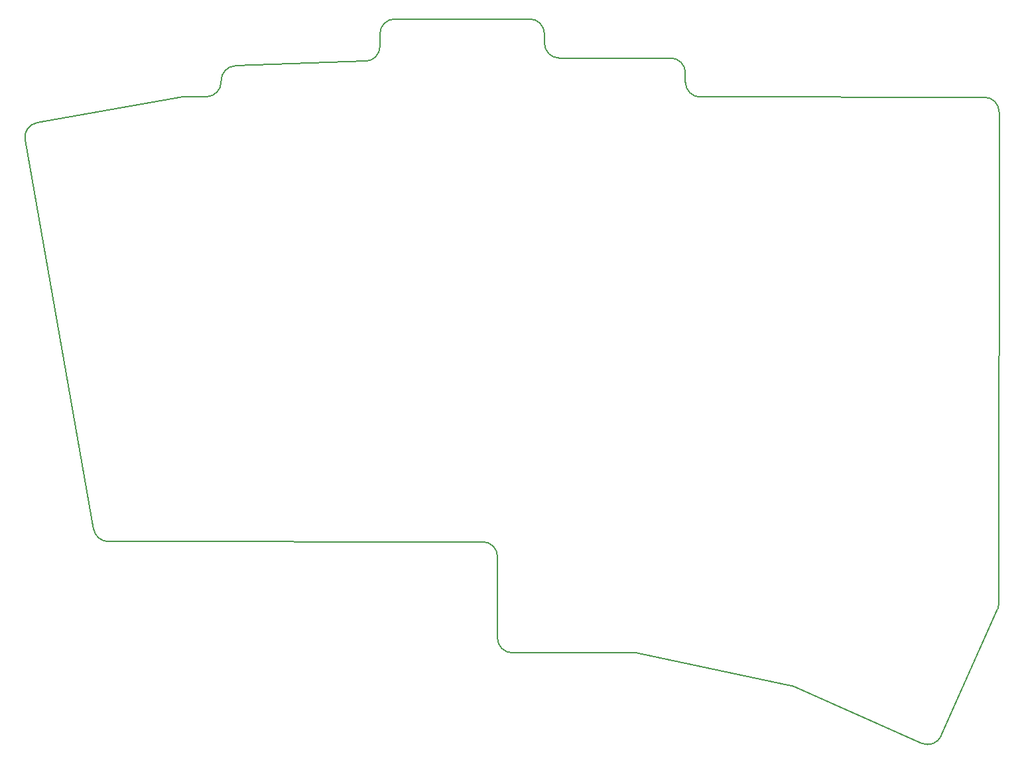
<source format=gbr>
%TF.GenerationSoftware,KiCad,Pcbnew,8.0.1*%
%TF.CreationDate,2024-05-06T23:29:14+03:00*%
%TF.ProjectId,new_ready_splayer_pcb,6e65775f-7265-4616-9479-5f73706c6179,v1.0.0*%
%TF.SameCoordinates,Original*%
%TF.FileFunction,Profile,NP*%
%FSLAX46Y46*%
G04 Gerber Fmt 4.6, Leading zero omitted, Abs format (unit mm)*
G04 Created by KiCad (PCBNEW 8.0.1) date 2024-05-06 23:29:14*
%MOMM*%
%LPD*%
G01*
G04 APERTURE LIST*
%TA.AperFunction,Profile*%
%ADD10C,0.150000*%
%TD*%
G04 APERTURE END LIST*
D10*
X213259009Y-81905851D02*
G75*
G02*
X215159049Y-83805853I-9J-1900049D01*
G01*
X173882208Y-89857990D02*
X173883282Y-89888719D01*
X227183830Y-162947373D02*
X246637071Y-167082286D01*
X213259009Y-81905851D02*
X196059009Y-81905852D01*
X148845153Y-97371375D02*
G75*
G02*
X150386365Y-95170364I1871147J329875D01*
G01*
X217059008Y-86905852D02*
G75*
G02*
X215159048Y-85005853I-8J1899952D01*
G01*
X194159009Y-83805853D02*
X194159010Y-85413940D01*
X235058052Y-91886698D02*
G75*
G02*
X233159002Y-89986697I948J1899998D01*
G01*
X211059009Y-162905851D02*
X226788801Y-162905851D01*
X231259009Y-86905853D02*
G75*
G02*
X233159047Y-88805853I-9J-1900047D01*
G01*
X209159009Y-150604888D02*
X209159010Y-161005851D01*
X175714740Y-87892835D02*
X192325317Y-87312784D01*
X169362892Y-91853714D02*
X171983486Y-91855029D01*
X211059009Y-162905851D02*
G75*
G02*
X209159049Y-161005851I-9J1899951D01*
G01*
X273208348Y-93805561D02*
X273186465Y-156561090D01*
X217059008Y-86905852D02*
X231259009Y-86905853D01*
X207259972Y-148704890D02*
G75*
G02*
X209159010Y-150604888I-972J-1900010D01*
G01*
X215159011Y-85005853D02*
X215159011Y-83805853D01*
X169032007Y-91882580D02*
G75*
G02*
X169362892Y-91853721I329993J-1872220D01*
G01*
X265824388Y-173499774D02*
G75*
G02*
X263315873Y-174462664I-1735688J772774D01*
G01*
X233159009Y-89986697D02*
X233159009Y-88805853D01*
X226788801Y-162905851D02*
G75*
G02*
X227183830Y-162947373I-1J-1899849D01*
G01*
X194159009Y-83805853D02*
G75*
G02*
X196059009Y-81905909I1899991J-47D01*
G01*
X235058052Y-91886698D02*
X271309302Y-91904898D01*
X273186465Y-156561090D02*
G75*
G02*
X273022193Y-157333221I-1899065J490D01*
G01*
X148845153Y-97371375D02*
X157615518Y-147110599D01*
X246637071Y-167082287D02*
G75*
G02*
X247014836Y-167205042I-394871J-1857813D01*
G01*
X159485689Y-148680667D02*
G75*
G02*
X157615591Y-147110586I1011J1899967D01*
G01*
X173883281Y-89888719D02*
G75*
G02*
X171983486Y-91855041I-1898781J-66381D01*
G01*
X265824388Y-173499774D02*
X273022200Y-157333224D01*
X271309302Y-91904898D02*
G75*
G02*
X273208402Y-93805561I-902J-1900002D01*
G01*
X173882209Y-89857990D02*
G75*
G02*
X175714739Y-87892811I1898891J66290D01*
G01*
X194159010Y-85413940D02*
G75*
G02*
X192325316Y-87312756I-1899910J-60D01*
G01*
X207259972Y-148704890D02*
X159485689Y-148680667D01*
X247014841Y-167205031D02*
X263315853Y-174462709D01*
X169032007Y-91882580D02*
X150386355Y-95170310D01*
M02*

</source>
